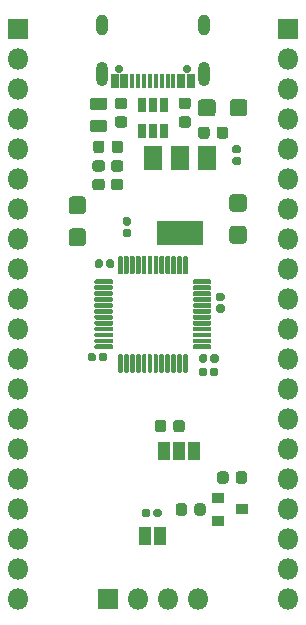
<source format=gbr>
%TF.GenerationSoftware,KiCad,Pcbnew,(5.1.6)-1*%
%TF.CreationDate,2021-08-28T00:22:51-07:00*%
%TF.ProjectId,Rocketboard-Engine,526f636b-6574-4626-9f61-72642d456e67,1.0*%
%TF.SameCoordinates,Original*%
%TF.FileFunction,Soldermask,Top*%
%TF.FilePolarity,Negative*%
%FSLAX46Y46*%
G04 Gerber Fmt 4.6, Leading zero omitted, Abs format (unit mm)*
G04 Created by KiCad (PCBNEW (5.1.6)-1) date 2021-08-28 00:22:51*
%MOMM*%
%LPD*%
G01*
G04 APERTURE LIST*
%ADD10R,1.600000X2.100000*%
%ADD11R,3.900000X2.100000*%
%ADD12R,0.750000X1.160000*%
%ADD13R,1.100000X1.600000*%
%ADD14R,1.000000X0.900000*%
%ADD15O,1.800000X1.800000*%
%ADD16R,1.800000X1.800000*%
%ADD17R,0.700000X1.260000*%
%ADD18C,0.700000*%
%ADD19R,0.400000X1.260000*%
%ADD20O,1.000000X1.800000*%
%ADD21O,1.000000X2.100000*%
G04 APERTURE END LIST*
%TO.C,IC1*%
G36*
G01*
X137550000Y-101850000D02*
X137550000Y-103225000D01*
G75*
G02*
X137450000Y-103325000I-100000J0D01*
G01*
X137250000Y-103325000D01*
G75*
G02*
X137150000Y-103225000I0J100000D01*
G01*
X137150000Y-101850000D01*
G75*
G02*
X137250000Y-101750000I100000J0D01*
G01*
X137450000Y-101750000D01*
G75*
G02*
X137550000Y-101850000I0J-100000D01*
G01*
G37*
G36*
G01*
X137050000Y-101850000D02*
X137050000Y-103225000D01*
G75*
G02*
X136950000Y-103325000I-100000J0D01*
G01*
X136750000Y-103325000D01*
G75*
G02*
X136650000Y-103225000I0J100000D01*
G01*
X136650000Y-101850000D01*
G75*
G02*
X136750000Y-101750000I100000J0D01*
G01*
X136950000Y-101750000D01*
G75*
G02*
X137050000Y-101850000I0J-100000D01*
G01*
G37*
G36*
G01*
X136550000Y-101850000D02*
X136550000Y-103225000D01*
G75*
G02*
X136450000Y-103325000I-100000J0D01*
G01*
X136250000Y-103325000D01*
G75*
G02*
X136150000Y-103225000I0J100000D01*
G01*
X136150000Y-101850000D01*
G75*
G02*
X136250000Y-101750000I100000J0D01*
G01*
X136450000Y-101750000D01*
G75*
G02*
X136550000Y-101850000I0J-100000D01*
G01*
G37*
G36*
G01*
X136050000Y-101850000D02*
X136050000Y-103225000D01*
G75*
G02*
X135950000Y-103325000I-100000J0D01*
G01*
X135750000Y-103325000D01*
G75*
G02*
X135650000Y-103225000I0J100000D01*
G01*
X135650000Y-101850000D01*
G75*
G02*
X135750000Y-101750000I100000J0D01*
G01*
X135950000Y-101750000D01*
G75*
G02*
X136050000Y-101850000I0J-100000D01*
G01*
G37*
G36*
G01*
X135550000Y-101850000D02*
X135550000Y-103225000D01*
G75*
G02*
X135450000Y-103325000I-100000J0D01*
G01*
X135250000Y-103325000D01*
G75*
G02*
X135150000Y-103225000I0J100000D01*
G01*
X135150000Y-101850000D01*
G75*
G02*
X135250000Y-101750000I100000J0D01*
G01*
X135450000Y-101750000D01*
G75*
G02*
X135550000Y-101850000I0J-100000D01*
G01*
G37*
G36*
G01*
X135050000Y-101850000D02*
X135050000Y-103225000D01*
G75*
G02*
X134950000Y-103325000I-100000J0D01*
G01*
X134750000Y-103325000D01*
G75*
G02*
X134650000Y-103225000I0J100000D01*
G01*
X134650000Y-101850000D01*
G75*
G02*
X134750000Y-101750000I100000J0D01*
G01*
X134950000Y-101750000D01*
G75*
G02*
X135050000Y-101850000I0J-100000D01*
G01*
G37*
G36*
G01*
X134550000Y-101850000D02*
X134550000Y-103225000D01*
G75*
G02*
X134450000Y-103325000I-100000J0D01*
G01*
X134250000Y-103325000D01*
G75*
G02*
X134150000Y-103225000I0J100000D01*
G01*
X134150000Y-101850000D01*
G75*
G02*
X134250000Y-101750000I100000J0D01*
G01*
X134450000Y-101750000D01*
G75*
G02*
X134550000Y-101850000I0J-100000D01*
G01*
G37*
G36*
G01*
X134050000Y-101850000D02*
X134050000Y-103225000D01*
G75*
G02*
X133950000Y-103325000I-100000J0D01*
G01*
X133750000Y-103325000D01*
G75*
G02*
X133650000Y-103225000I0J100000D01*
G01*
X133650000Y-101850000D01*
G75*
G02*
X133750000Y-101750000I100000J0D01*
G01*
X133950000Y-101750000D01*
G75*
G02*
X134050000Y-101850000I0J-100000D01*
G01*
G37*
G36*
G01*
X133550000Y-101850000D02*
X133550000Y-103225000D01*
G75*
G02*
X133450000Y-103325000I-100000J0D01*
G01*
X133250000Y-103325000D01*
G75*
G02*
X133150000Y-103225000I0J100000D01*
G01*
X133150000Y-101850000D01*
G75*
G02*
X133250000Y-101750000I100000J0D01*
G01*
X133450000Y-101750000D01*
G75*
G02*
X133550000Y-101850000I0J-100000D01*
G01*
G37*
G36*
G01*
X133050000Y-101850000D02*
X133050000Y-103225000D01*
G75*
G02*
X132950000Y-103325000I-100000J0D01*
G01*
X132750000Y-103325000D01*
G75*
G02*
X132650000Y-103225000I0J100000D01*
G01*
X132650000Y-101850000D01*
G75*
G02*
X132750000Y-101750000I100000J0D01*
G01*
X132950000Y-101750000D01*
G75*
G02*
X133050000Y-101850000I0J-100000D01*
G01*
G37*
G36*
G01*
X132550000Y-101850000D02*
X132550000Y-103225000D01*
G75*
G02*
X132450000Y-103325000I-100000J0D01*
G01*
X132250000Y-103325000D01*
G75*
G02*
X132150000Y-103225000I0J100000D01*
G01*
X132150000Y-101850000D01*
G75*
G02*
X132250000Y-101750000I100000J0D01*
G01*
X132450000Y-101750000D01*
G75*
G02*
X132550000Y-101850000I0J-100000D01*
G01*
G37*
G36*
G01*
X132050000Y-101850000D02*
X132050000Y-103225000D01*
G75*
G02*
X131950000Y-103325000I-100000J0D01*
G01*
X131750000Y-103325000D01*
G75*
G02*
X131650000Y-103225000I0J100000D01*
G01*
X131650000Y-101850000D01*
G75*
G02*
X131750000Y-101750000I100000J0D01*
G01*
X131950000Y-101750000D01*
G75*
G02*
X132050000Y-101850000I0J-100000D01*
G01*
G37*
G36*
G01*
X131225000Y-101025000D02*
X131225000Y-101225000D01*
G75*
G02*
X131125000Y-101325000I-100000J0D01*
G01*
X129750000Y-101325000D01*
G75*
G02*
X129650000Y-101225000I0J100000D01*
G01*
X129650000Y-101025000D01*
G75*
G02*
X129750000Y-100925000I100000J0D01*
G01*
X131125000Y-100925000D01*
G75*
G02*
X131225000Y-101025000I0J-100000D01*
G01*
G37*
G36*
G01*
X131225000Y-100525000D02*
X131225000Y-100725000D01*
G75*
G02*
X131125000Y-100825000I-100000J0D01*
G01*
X129750000Y-100825000D01*
G75*
G02*
X129650000Y-100725000I0J100000D01*
G01*
X129650000Y-100525000D01*
G75*
G02*
X129750000Y-100425000I100000J0D01*
G01*
X131125000Y-100425000D01*
G75*
G02*
X131225000Y-100525000I0J-100000D01*
G01*
G37*
G36*
G01*
X131225000Y-100025000D02*
X131225000Y-100225000D01*
G75*
G02*
X131125000Y-100325000I-100000J0D01*
G01*
X129750000Y-100325000D01*
G75*
G02*
X129650000Y-100225000I0J100000D01*
G01*
X129650000Y-100025000D01*
G75*
G02*
X129750000Y-99925000I100000J0D01*
G01*
X131125000Y-99925000D01*
G75*
G02*
X131225000Y-100025000I0J-100000D01*
G01*
G37*
G36*
G01*
X131225000Y-99525000D02*
X131225000Y-99725000D01*
G75*
G02*
X131125000Y-99825000I-100000J0D01*
G01*
X129750000Y-99825000D01*
G75*
G02*
X129650000Y-99725000I0J100000D01*
G01*
X129650000Y-99525000D01*
G75*
G02*
X129750000Y-99425000I100000J0D01*
G01*
X131125000Y-99425000D01*
G75*
G02*
X131225000Y-99525000I0J-100000D01*
G01*
G37*
G36*
G01*
X131225000Y-99025000D02*
X131225000Y-99225000D01*
G75*
G02*
X131125000Y-99325000I-100000J0D01*
G01*
X129750000Y-99325000D01*
G75*
G02*
X129650000Y-99225000I0J100000D01*
G01*
X129650000Y-99025000D01*
G75*
G02*
X129750000Y-98925000I100000J0D01*
G01*
X131125000Y-98925000D01*
G75*
G02*
X131225000Y-99025000I0J-100000D01*
G01*
G37*
G36*
G01*
X131225000Y-98525000D02*
X131225000Y-98725000D01*
G75*
G02*
X131125000Y-98825000I-100000J0D01*
G01*
X129750000Y-98825000D01*
G75*
G02*
X129650000Y-98725000I0J100000D01*
G01*
X129650000Y-98525000D01*
G75*
G02*
X129750000Y-98425000I100000J0D01*
G01*
X131125000Y-98425000D01*
G75*
G02*
X131225000Y-98525000I0J-100000D01*
G01*
G37*
G36*
G01*
X131225000Y-98025000D02*
X131225000Y-98225000D01*
G75*
G02*
X131125000Y-98325000I-100000J0D01*
G01*
X129750000Y-98325000D01*
G75*
G02*
X129650000Y-98225000I0J100000D01*
G01*
X129650000Y-98025000D01*
G75*
G02*
X129750000Y-97925000I100000J0D01*
G01*
X131125000Y-97925000D01*
G75*
G02*
X131225000Y-98025000I0J-100000D01*
G01*
G37*
G36*
G01*
X131225000Y-97525000D02*
X131225000Y-97725000D01*
G75*
G02*
X131125000Y-97825000I-100000J0D01*
G01*
X129750000Y-97825000D01*
G75*
G02*
X129650000Y-97725000I0J100000D01*
G01*
X129650000Y-97525000D01*
G75*
G02*
X129750000Y-97425000I100000J0D01*
G01*
X131125000Y-97425000D01*
G75*
G02*
X131225000Y-97525000I0J-100000D01*
G01*
G37*
G36*
G01*
X131225000Y-97025000D02*
X131225000Y-97225000D01*
G75*
G02*
X131125000Y-97325000I-100000J0D01*
G01*
X129750000Y-97325000D01*
G75*
G02*
X129650000Y-97225000I0J100000D01*
G01*
X129650000Y-97025000D01*
G75*
G02*
X129750000Y-96925000I100000J0D01*
G01*
X131125000Y-96925000D01*
G75*
G02*
X131225000Y-97025000I0J-100000D01*
G01*
G37*
G36*
G01*
X131225000Y-96525000D02*
X131225000Y-96725000D01*
G75*
G02*
X131125000Y-96825000I-100000J0D01*
G01*
X129750000Y-96825000D01*
G75*
G02*
X129650000Y-96725000I0J100000D01*
G01*
X129650000Y-96525000D01*
G75*
G02*
X129750000Y-96425000I100000J0D01*
G01*
X131125000Y-96425000D01*
G75*
G02*
X131225000Y-96525000I0J-100000D01*
G01*
G37*
G36*
G01*
X131225000Y-96025000D02*
X131225000Y-96225000D01*
G75*
G02*
X131125000Y-96325000I-100000J0D01*
G01*
X129750000Y-96325000D01*
G75*
G02*
X129650000Y-96225000I0J100000D01*
G01*
X129650000Y-96025000D01*
G75*
G02*
X129750000Y-95925000I100000J0D01*
G01*
X131125000Y-95925000D01*
G75*
G02*
X131225000Y-96025000I0J-100000D01*
G01*
G37*
G36*
G01*
X131225000Y-95525000D02*
X131225000Y-95725000D01*
G75*
G02*
X131125000Y-95825000I-100000J0D01*
G01*
X129750000Y-95825000D01*
G75*
G02*
X129650000Y-95725000I0J100000D01*
G01*
X129650000Y-95525000D01*
G75*
G02*
X129750000Y-95425000I100000J0D01*
G01*
X131125000Y-95425000D01*
G75*
G02*
X131225000Y-95525000I0J-100000D01*
G01*
G37*
G36*
G01*
X132050000Y-93525000D02*
X132050000Y-94900000D01*
G75*
G02*
X131950000Y-95000000I-100000J0D01*
G01*
X131750000Y-95000000D01*
G75*
G02*
X131650000Y-94900000I0J100000D01*
G01*
X131650000Y-93525000D01*
G75*
G02*
X131750000Y-93425000I100000J0D01*
G01*
X131950000Y-93425000D01*
G75*
G02*
X132050000Y-93525000I0J-100000D01*
G01*
G37*
G36*
G01*
X132550000Y-93525000D02*
X132550000Y-94900000D01*
G75*
G02*
X132450000Y-95000000I-100000J0D01*
G01*
X132250000Y-95000000D01*
G75*
G02*
X132150000Y-94900000I0J100000D01*
G01*
X132150000Y-93525000D01*
G75*
G02*
X132250000Y-93425000I100000J0D01*
G01*
X132450000Y-93425000D01*
G75*
G02*
X132550000Y-93525000I0J-100000D01*
G01*
G37*
G36*
G01*
X133050000Y-93525000D02*
X133050000Y-94900000D01*
G75*
G02*
X132950000Y-95000000I-100000J0D01*
G01*
X132750000Y-95000000D01*
G75*
G02*
X132650000Y-94900000I0J100000D01*
G01*
X132650000Y-93525000D01*
G75*
G02*
X132750000Y-93425000I100000J0D01*
G01*
X132950000Y-93425000D01*
G75*
G02*
X133050000Y-93525000I0J-100000D01*
G01*
G37*
G36*
G01*
X133550000Y-93525000D02*
X133550000Y-94900000D01*
G75*
G02*
X133450000Y-95000000I-100000J0D01*
G01*
X133250000Y-95000000D01*
G75*
G02*
X133150000Y-94900000I0J100000D01*
G01*
X133150000Y-93525000D01*
G75*
G02*
X133250000Y-93425000I100000J0D01*
G01*
X133450000Y-93425000D01*
G75*
G02*
X133550000Y-93525000I0J-100000D01*
G01*
G37*
G36*
G01*
X134050000Y-93525000D02*
X134050000Y-94900000D01*
G75*
G02*
X133950000Y-95000000I-100000J0D01*
G01*
X133750000Y-95000000D01*
G75*
G02*
X133650000Y-94900000I0J100000D01*
G01*
X133650000Y-93525000D01*
G75*
G02*
X133750000Y-93425000I100000J0D01*
G01*
X133950000Y-93425000D01*
G75*
G02*
X134050000Y-93525000I0J-100000D01*
G01*
G37*
G36*
G01*
X134550000Y-93525000D02*
X134550000Y-94900000D01*
G75*
G02*
X134450000Y-95000000I-100000J0D01*
G01*
X134250000Y-95000000D01*
G75*
G02*
X134150000Y-94900000I0J100000D01*
G01*
X134150000Y-93525000D01*
G75*
G02*
X134250000Y-93425000I100000J0D01*
G01*
X134450000Y-93425000D01*
G75*
G02*
X134550000Y-93525000I0J-100000D01*
G01*
G37*
G36*
G01*
X135050000Y-93525000D02*
X135050000Y-94900000D01*
G75*
G02*
X134950000Y-95000000I-100000J0D01*
G01*
X134750000Y-95000000D01*
G75*
G02*
X134650000Y-94900000I0J100000D01*
G01*
X134650000Y-93525000D01*
G75*
G02*
X134750000Y-93425000I100000J0D01*
G01*
X134950000Y-93425000D01*
G75*
G02*
X135050000Y-93525000I0J-100000D01*
G01*
G37*
G36*
G01*
X135550000Y-93525000D02*
X135550000Y-94900000D01*
G75*
G02*
X135450000Y-95000000I-100000J0D01*
G01*
X135250000Y-95000000D01*
G75*
G02*
X135150000Y-94900000I0J100000D01*
G01*
X135150000Y-93525000D01*
G75*
G02*
X135250000Y-93425000I100000J0D01*
G01*
X135450000Y-93425000D01*
G75*
G02*
X135550000Y-93525000I0J-100000D01*
G01*
G37*
G36*
G01*
X136050000Y-93525000D02*
X136050000Y-94900000D01*
G75*
G02*
X135950000Y-95000000I-100000J0D01*
G01*
X135750000Y-95000000D01*
G75*
G02*
X135650000Y-94900000I0J100000D01*
G01*
X135650000Y-93525000D01*
G75*
G02*
X135750000Y-93425000I100000J0D01*
G01*
X135950000Y-93425000D01*
G75*
G02*
X136050000Y-93525000I0J-100000D01*
G01*
G37*
G36*
G01*
X136550000Y-93525000D02*
X136550000Y-94900000D01*
G75*
G02*
X136450000Y-95000000I-100000J0D01*
G01*
X136250000Y-95000000D01*
G75*
G02*
X136150000Y-94900000I0J100000D01*
G01*
X136150000Y-93525000D01*
G75*
G02*
X136250000Y-93425000I100000J0D01*
G01*
X136450000Y-93425000D01*
G75*
G02*
X136550000Y-93525000I0J-100000D01*
G01*
G37*
G36*
G01*
X137050000Y-93525000D02*
X137050000Y-94900000D01*
G75*
G02*
X136950000Y-95000000I-100000J0D01*
G01*
X136750000Y-95000000D01*
G75*
G02*
X136650000Y-94900000I0J100000D01*
G01*
X136650000Y-93525000D01*
G75*
G02*
X136750000Y-93425000I100000J0D01*
G01*
X136950000Y-93425000D01*
G75*
G02*
X137050000Y-93525000I0J-100000D01*
G01*
G37*
G36*
G01*
X137550000Y-93525000D02*
X137550000Y-94900000D01*
G75*
G02*
X137450000Y-95000000I-100000J0D01*
G01*
X137250000Y-95000000D01*
G75*
G02*
X137150000Y-94900000I0J100000D01*
G01*
X137150000Y-93525000D01*
G75*
G02*
X137250000Y-93425000I100000J0D01*
G01*
X137450000Y-93425000D01*
G75*
G02*
X137550000Y-93525000I0J-100000D01*
G01*
G37*
G36*
G01*
X139550000Y-95525000D02*
X139550000Y-95725000D01*
G75*
G02*
X139450000Y-95825000I-100000J0D01*
G01*
X138075000Y-95825000D01*
G75*
G02*
X137975000Y-95725000I0J100000D01*
G01*
X137975000Y-95525000D01*
G75*
G02*
X138075000Y-95425000I100000J0D01*
G01*
X139450000Y-95425000D01*
G75*
G02*
X139550000Y-95525000I0J-100000D01*
G01*
G37*
G36*
G01*
X139550000Y-96025000D02*
X139550000Y-96225000D01*
G75*
G02*
X139450000Y-96325000I-100000J0D01*
G01*
X138075000Y-96325000D01*
G75*
G02*
X137975000Y-96225000I0J100000D01*
G01*
X137975000Y-96025000D01*
G75*
G02*
X138075000Y-95925000I100000J0D01*
G01*
X139450000Y-95925000D01*
G75*
G02*
X139550000Y-96025000I0J-100000D01*
G01*
G37*
G36*
G01*
X139550000Y-96525000D02*
X139550000Y-96725000D01*
G75*
G02*
X139450000Y-96825000I-100000J0D01*
G01*
X138075000Y-96825000D01*
G75*
G02*
X137975000Y-96725000I0J100000D01*
G01*
X137975000Y-96525000D01*
G75*
G02*
X138075000Y-96425000I100000J0D01*
G01*
X139450000Y-96425000D01*
G75*
G02*
X139550000Y-96525000I0J-100000D01*
G01*
G37*
G36*
G01*
X139550000Y-97025000D02*
X139550000Y-97225000D01*
G75*
G02*
X139450000Y-97325000I-100000J0D01*
G01*
X138075000Y-97325000D01*
G75*
G02*
X137975000Y-97225000I0J100000D01*
G01*
X137975000Y-97025000D01*
G75*
G02*
X138075000Y-96925000I100000J0D01*
G01*
X139450000Y-96925000D01*
G75*
G02*
X139550000Y-97025000I0J-100000D01*
G01*
G37*
G36*
G01*
X139550000Y-97525000D02*
X139550000Y-97725000D01*
G75*
G02*
X139450000Y-97825000I-100000J0D01*
G01*
X138075000Y-97825000D01*
G75*
G02*
X137975000Y-97725000I0J100000D01*
G01*
X137975000Y-97525000D01*
G75*
G02*
X138075000Y-97425000I100000J0D01*
G01*
X139450000Y-97425000D01*
G75*
G02*
X139550000Y-97525000I0J-100000D01*
G01*
G37*
G36*
G01*
X139550000Y-98025000D02*
X139550000Y-98225000D01*
G75*
G02*
X139450000Y-98325000I-100000J0D01*
G01*
X138075000Y-98325000D01*
G75*
G02*
X137975000Y-98225000I0J100000D01*
G01*
X137975000Y-98025000D01*
G75*
G02*
X138075000Y-97925000I100000J0D01*
G01*
X139450000Y-97925000D01*
G75*
G02*
X139550000Y-98025000I0J-100000D01*
G01*
G37*
G36*
G01*
X139550000Y-98525000D02*
X139550000Y-98725000D01*
G75*
G02*
X139450000Y-98825000I-100000J0D01*
G01*
X138075000Y-98825000D01*
G75*
G02*
X137975000Y-98725000I0J100000D01*
G01*
X137975000Y-98525000D01*
G75*
G02*
X138075000Y-98425000I100000J0D01*
G01*
X139450000Y-98425000D01*
G75*
G02*
X139550000Y-98525000I0J-100000D01*
G01*
G37*
G36*
G01*
X139550000Y-99025000D02*
X139550000Y-99225000D01*
G75*
G02*
X139450000Y-99325000I-100000J0D01*
G01*
X138075000Y-99325000D01*
G75*
G02*
X137975000Y-99225000I0J100000D01*
G01*
X137975000Y-99025000D01*
G75*
G02*
X138075000Y-98925000I100000J0D01*
G01*
X139450000Y-98925000D01*
G75*
G02*
X139550000Y-99025000I0J-100000D01*
G01*
G37*
G36*
G01*
X139550000Y-99525000D02*
X139550000Y-99725000D01*
G75*
G02*
X139450000Y-99825000I-100000J0D01*
G01*
X138075000Y-99825000D01*
G75*
G02*
X137975000Y-99725000I0J100000D01*
G01*
X137975000Y-99525000D01*
G75*
G02*
X138075000Y-99425000I100000J0D01*
G01*
X139450000Y-99425000D01*
G75*
G02*
X139550000Y-99525000I0J-100000D01*
G01*
G37*
G36*
G01*
X139550000Y-100025000D02*
X139550000Y-100225000D01*
G75*
G02*
X139450000Y-100325000I-100000J0D01*
G01*
X138075000Y-100325000D01*
G75*
G02*
X137975000Y-100225000I0J100000D01*
G01*
X137975000Y-100025000D01*
G75*
G02*
X138075000Y-99925000I100000J0D01*
G01*
X139450000Y-99925000D01*
G75*
G02*
X139550000Y-100025000I0J-100000D01*
G01*
G37*
G36*
G01*
X139550000Y-100525000D02*
X139550000Y-100725000D01*
G75*
G02*
X139450000Y-100825000I-100000J0D01*
G01*
X138075000Y-100825000D01*
G75*
G02*
X137975000Y-100725000I0J100000D01*
G01*
X137975000Y-100525000D01*
G75*
G02*
X138075000Y-100425000I100000J0D01*
G01*
X139450000Y-100425000D01*
G75*
G02*
X139550000Y-100525000I0J-100000D01*
G01*
G37*
G36*
G01*
X139550000Y-101025000D02*
X139550000Y-101225000D01*
G75*
G02*
X139450000Y-101325000I-100000J0D01*
G01*
X138075000Y-101325000D01*
G75*
G02*
X137975000Y-101225000I0J100000D01*
G01*
X137975000Y-101025000D01*
G75*
G02*
X138075000Y-100925000I100000J0D01*
G01*
X139450000Y-100925000D01*
G75*
G02*
X139550000Y-101025000I0J-100000D01*
G01*
G37*
%TD*%
D10*
%TO.C,U2*%
X139200000Y-85150000D03*
X134600000Y-85150000D03*
X136900000Y-85150000D03*
D11*
X136900000Y-91450000D03*
%TD*%
D12*
%TO.C,U1*%
X134600000Y-82850000D03*
X135550000Y-82850000D03*
X133650000Y-82850000D03*
X133650000Y-80650000D03*
X134600000Y-80650000D03*
X135550000Y-80650000D03*
%TD*%
D13*
%TO.C,JP2*%
X135220000Y-117140000D03*
X133920000Y-117140000D03*
%TD*%
%TO.C,R8*%
G36*
G01*
X141000000Y-111918750D02*
X141000000Y-112481250D01*
G75*
G02*
X140756250Y-112725000I-243750J0D01*
G01*
X140268750Y-112725000D01*
G75*
G02*
X140025000Y-112481250I0J243750D01*
G01*
X140025000Y-111918750D01*
G75*
G02*
X140268750Y-111675000I243750J0D01*
G01*
X140756250Y-111675000D01*
G75*
G02*
X141000000Y-111918750I0J-243750D01*
G01*
G37*
G36*
G01*
X142575000Y-111918750D02*
X142575000Y-112481250D01*
G75*
G02*
X142331250Y-112725000I-243750J0D01*
G01*
X141843750Y-112725000D01*
G75*
G02*
X141600000Y-112481250I0J243750D01*
G01*
X141600000Y-111918750D01*
G75*
G02*
X141843750Y-111675000I243750J0D01*
G01*
X142331250Y-111675000D01*
G75*
G02*
X142575000Y-111918750I0J-243750D01*
G01*
G37*
%TD*%
%TO.C,R7*%
G36*
G01*
X138100000Y-115181250D02*
X138100000Y-114618750D01*
G75*
G02*
X138343750Y-114375000I243750J0D01*
G01*
X138831250Y-114375000D01*
G75*
G02*
X139075000Y-114618750I0J-243750D01*
G01*
X139075000Y-115181250D01*
G75*
G02*
X138831250Y-115425000I-243750J0D01*
G01*
X138343750Y-115425000D01*
G75*
G02*
X138100000Y-115181250I0J243750D01*
G01*
G37*
G36*
G01*
X136525000Y-115181250D02*
X136525000Y-114618750D01*
G75*
G02*
X136768750Y-114375000I243750J0D01*
G01*
X137256250Y-114375000D01*
G75*
G02*
X137500000Y-114618750I0J-243750D01*
G01*
X137500000Y-115181250D01*
G75*
G02*
X137256250Y-115425000I-243750J0D01*
G01*
X136768750Y-115425000D01*
G75*
G02*
X136525000Y-115181250I0J243750D01*
G01*
G37*
%TD*%
%TO.C,R6*%
G36*
G01*
X130281250Y-86302500D02*
X129718750Y-86302500D01*
G75*
G02*
X129475000Y-86058750I0J243750D01*
G01*
X129475000Y-85571250D01*
G75*
G02*
X129718750Y-85327500I243750J0D01*
G01*
X130281250Y-85327500D01*
G75*
G02*
X130525000Y-85571250I0J-243750D01*
G01*
X130525000Y-86058750D01*
G75*
G02*
X130281250Y-86302500I-243750J0D01*
G01*
G37*
G36*
G01*
X130281250Y-87877500D02*
X129718750Y-87877500D01*
G75*
G02*
X129475000Y-87633750I0J243750D01*
G01*
X129475000Y-87146250D01*
G75*
G02*
X129718750Y-86902500I243750J0D01*
G01*
X130281250Y-86902500D01*
G75*
G02*
X130525000Y-87146250I0J-243750D01*
G01*
X130525000Y-87633750D01*
G75*
G02*
X130281250Y-87877500I-243750J0D01*
G01*
G37*
%TD*%
%TO.C,R5*%
G36*
G01*
X131851250Y-86302500D02*
X131288750Y-86302500D01*
G75*
G02*
X131045000Y-86058750I0J243750D01*
G01*
X131045000Y-85571250D01*
G75*
G02*
X131288750Y-85327500I243750J0D01*
G01*
X131851250Y-85327500D01*
G75*
G02*
X132095000Y-85571250I0J-243750D01*
G01*
X132095000Y-86058750D01*
G75*
G02*
X131851250Y-86302500I-243750J0D01*
G01*
G37*
G36*
G01*
X131851250Y-87877500D02*
X131288750Y-87877500D01*
G75*
G02*
X131045000Y-87633750I0J243750D01*
G01*
X131045000Y-87146250D01*
G75*
G02*
X131288750Y-86902500I243750J0D01*
G01*
X131851250Y-86902500D01*
G75*
G02*
X132095000Y-87146250I0J-243750D01*
G01*
X132095000Y-87633750D01*
G75*
G02*
X131851250Y-87877500I-243750J0D01*
G01*
G37*
%TD*%
%TO.C,R4*%
G36*
G01*
X130500000Y-83918750D02*
X130500000Y-84481250D01*
G75*
G02*
X130256250Y-84725000I-243750J0D01*
G01*
X129768750Y-84725000D01*
G75*
G02*
X129525000Y-84481250I0J243750D01*
G01*
X129525000Y-83918750D01*
G75*
G02*
X129768750Y-83675000I243750J0D01*
G01*
X130256250Y-83675000D01*
G75*
G02*
X130500000Y-83918750I0J-243750D01*
G01*
G37*
G36*
G01*
X132075000Y-83918750D02*
X132075000Y-84481250D01*
G75*
G02*
X131831250Y-84725000I-243750J0D01*
G01*
X131343750Y-84725000D01*
G75*
G02*
X131100000Y-84481250I0J243750D01*
G01*
X131100000Y-83918750D01*
G75*
G02*
X131343750Y-83675000I243750J0D01*
G01*
X131831250Y-83675000D01*
G75*
G02*
X132075000Y-83918750I0J-243750D01*
G01*
G37*
%TD*%
%TO.C,R3*%
G36*
G01*
X131618750Y-81600000D02*
X132181250Y-81600000D01*
G75*
G02*
X132425000Y-81843750I0J-243750D01*
G01*
X132425000Y-82331250D01*
G75*
G02*
X132181250Y-82575000I-243750J0D01*
G01*
X131618750Y-82575000D01*
G75*
G02*
X131375000Y-82331250I0J243750D01*
G01*
X131375000Y-81843750D01*
G75*
G02*
X131618750Y-81600000I243750J0D01*
G01*
G37*
G36*
G01*
X131618750Y-80025000D02*
X132181250Y-80025000D01*
G75*
G02*
X132425000Y-80268750I0J-243750D01*
G01*
X132425000Y-80756250D01*
G75*
G02*
X132181250Y-81000000I-243750J0D01*
G01*
X131618750Y-81000000D01*
G75*
G02*
X131375000Y-80756250I0J243750D01*
G01*
X131375000Y-80268750D01*
G75*
G02*
X131618750Y-80025000I243750J0D01*
G01*
G37*
%TD*%
%TO.C,R2*%
G36*
G01*
X137581250Y-81000000D02*
X137018750Y-81000000D01*
G75*
G02*
X136775000Y-80756250I0J243750D01*
G01*
X136775000Y-80268750D01*
G75*
G02*
X137018750Y-80025000I243750J0D01*
G01*
X137581250Y-80025000D01*
G75*
G02*
X137825000Y-80268750I0J-243750D01*
G01*
X137825000Y-80756250D01*
G75*
G02*
X137581250Y-81000000I-243750J0D01*
G01*
G37*
G36*
G01*
X137581250Y-82575000D02*
X137018750Y-82575000D01*
G75*
G02*
X136775000Y-82331250I0J243750D01*
G01*
X136775000Y-81843750D01*
G75*
G02*
X137018750Y-81600000I243750J0D01*
G01*
X137581250Y-81600000D01*
G75*
G02*
X137825000Y-81843750I0J-243750D01*
G01*
X137825000Y-82331250D01*
G75*
G02*
X137581250Y-82575000I-243750J0D01*
G01*
G37*
%TD*%
%TO.C,R1*%
G36*
G01*
X136320000Y-108121250D02*
X136320000Y-107558750D01*
G75*
G02*
X136563750Y-107315000I243750J0D01*
G01*
X137051250Y-107315000D01*
G75*
G02*
X137295000Y-107558750I0J-243750D01*
G01*
X137295000Y-108121250D01*
G75*
G02*
X137051250Y-108365000I-243750J0D01*
G01*
X136563750Y-108365000D01*
G75*
G02*
X136320000Y-108121250I0J243750D01*
G01*
G37*
G36*
G01*
X134745000Y-108121250D02*
X134745000Y-107558750D01*
G75*
G02*
X134988750Y-107315000I243750J0D01*
G01*
X135476250Y-107315000D01*
G75*
G02*
X135720000Y-107558750I0J-243750D01*
G01*
X135720000Y-108121250D01*
G75*
G02*
X135476250Y-108365000I-243750J0D01*
G01*
X134988750Y-108365000D01*
G75*
G02*
X134745000Y-108121250I0J243750D01*
G01*
G37*
%TD*%
D14*
%TO.C,Q1*%
X142100000Y-114900000D03*
X140100000Y-115850000D03*
X140100000Y-113950000D03*
%TD*%
D13*
%TO.C,JP1*%
X136820000Y-109940000D03*
X138120000Y-109940000D03*
X135520000Y-109940000D03*
%TD*%
D15*
%TO.C,J4*%
X146030000Y-122510000D03*
X146030000Y-119970000D03*
X146030000Y-117430000D03*
X146030000Y-114890000D03*
X146030000Y-112350000D03*
X146030000Y-109810000D03*
X146030000Y-107270000D03*
X146030000Y-104730000D03*
X146030000Y-102190000D03*
X146030000Y-99650000D03*
X146030000Y-97110000D03*
X146030000Y-94570000D03*
X146030000Y-92030000D03*
X146030000Y-89490000D03*
X146030000Y-86950000D03*
X146030000Y-84410000D03*
X146030000Y-81870000D03*
X146030000Y-79330000D03*
X146030000Y-76790000D03*
D16*
X146030000Y-74250000D03*
%TD*%
D15*
%TO.C,J3*%
X123170000Y-122520000D03*
X123170000Y-119980000D03*
X123170000Y-117440000D03*
X123170000Y-114900000D03*
X123170000Y-112360000D03*
X123170000Y-109820000D03*
X123170000Y-107280000D03*
X123170000Y-104740000D03*
X123170000Y-102200000D03*
X123170000Y-99660000D03*
X123170000Y-97120000D03*
X123170000Y-94580000D03*
X123170000Y-92040000D03*
X123170000Y-89500000D03*
X123170000Y-86960000D03*
X123170000Y-84420000D03*
X123170000Y-81880000D03*
X123170000Y-79340000D03*
X123170000Y-76800000D03*
D16*
X123170000Y-74260000D03*
%TD*%
D17*
%TO.C,J2*%
X131390000Y-78650000D03*
X132190000Y-78650000D03*
X131390000Y-78650000D03*
X132190000Y-78650000D03*
X137790000Y-78650000D03*
X137790000Y-78650000D03*
X136990000Y-78650000D03*
X136990000Y-78650000D03*
D18*
X137480000Y-77590000D03*
X131700000Y-77590000D03*
D19*
X132840000Y-78650000D03*
X133840000Y-78650000D03*
X133340000Y-78650000D03*
X135840000Y-78650000D03*
X136340000Y-78650000D03*
X134340000Y-78650000D03*
X134840000Y-78650000D03*
X135340000Y-78650000D03*
D20*
X130270000Y-73900000D03*
X138910000Y-73900000D03*
D21*
X130270000Y-78070000D03*
X138910000Y-78070000D03*
%TD*%
D15*
%TO.C,J1*%
X138420000Y-122500000D03*
X135880000Y-122500000D03*
X133340000Y-122500000D03*
D16*
X130800000Y-122500000D03*
%TD*%
%TO.C,F1*%
G36*
G01*
X130481250Y-81100000D02*
X129518750Y-81100000D01*
G75*
G02*
X129250000Y-80831250I0J268750D01*
G01*
X129250000Y-80293750D01*
G75*
G02*
X129518750Y-80025000I268750J0D01*
G01*
X130481250Y-80025000D01*
G75*
G02*
X130750000Y-80293750I0J-268750D01*
G01*
X130750000Y-80831250D01*
G75*
G02*
X130481250Y-81100000I-268750J0D01*
G01*
G37*
G36*
G01*
X130481250Y-82975000D02*
X129518750Y-82975000D01*
G75*
G02*
X129250000Y-82706250I0J268750D01*
G01*
X129250000Y-82168750D01*
G75*
G02*
X129518750Y-81900000I268750J0D01*
G01*
X130481250Y-81900000D01*
G75*
G02*
X130750000Y-82168750I0J-268750D01*
G01*
X130750000Y-82706250D01*
G75*
G02*
X130481250Y-82975000I-268750J0D01*
G01*
G37*
%TD*%
%TO.C,C12*%
G36*
G01*
X127743518Y-91100000D02*
X128656482Y-91100000D01*
G75*
G02*
X128925000Y-91368518I0J-268518D01*
G01*
X128925000Y-92331482D01*
G75*
G02*
X128656482Y-92600000I-268518J0D01*
G01*
X127743518Y-92600000D01*
G75*
G02*
X127475000Y-92331482I0J268518D01*
G01*
X127475000Y-91368518D01*
G75*
G02*
X127743518Y-91100000I268518J0D01*
G01*
G37*
G36*
G01*
X127743518Y-88400000D02*
X128656482Y-88400000D01*
G75*
G02*
X128925000Y-88668518I0J-268518D01*
G01*
X128925000Y-89631482D01*
G75*
G02*
X128656482Y-89900000I-268518J0D01*
G01*
X127743518Y-89900000D01*
G75*
G02*
X127475000Y-89631482I0J268518D01*
G01*
X127475000Y-88668518D01*
G75*
G02*
X127743518Y-88400000I268518J0D01*
G01*
G37*
%TD*%
%TO.C,C11*%
G36*
G01*
X139455000Y-103457500D02*
X139455000Y-103062500D01*
G75*
G02*
X139627500Y-102890000I172500J0D01*
G01*
X139972500Y-102890000D01*
G75*
G02*
X140145000Y-103062500I0J-172500D01*
G01*
X140145000Y-103457500D01*
G75*
G02*
X139972500Y-103630000I-172500J0D01*
G01*
X139627500Y-103630000D01*
G75*
G02*
X139455000Y-103457500I0J172500D01*
G01*
G37*
G36*
G01*
X138485000Y-103457500D02*
X138485000Y-103062500D01*
G75*
G02*
X138657500Y-102890000I172500J0D01*
G01*
X139002500Y-102890000D01*
G75*
G02*
X139175000Y-103062500I0J-172500D01*
G01*
X139175000Y-103457500D01*
G75*
G02*
X139002500Y-103630000I-172500J0D01*
G01*
X138657500Y-103630000D01*
G75*
G02*
X138485000Y-103457500I0J172500D01*
G01*
G37*
%TD*%
%TO.C,C10*%
G36*
G01*
X130360000Y-93902500D02*
X130360000Y-94297500D01*
G75*
G02*
X130187500Y-94470000I-172500J0D01*
G01*
X129842500Y-94470000D01*
G75*
G02*
X129670000Y-94297500I0J172500D01*
G01*
X129670000Y-93902500D01*
G75*
G02*
X129842500Y-93730000I172500J0D01*
G01*
X130187500Y-93730000D01*
G75*
G02*
X130360000Y-93902500I0J-172500D01*
G01*
G37*
G36*
G01*
X131330000Y-93902500D02*
X131330000Y-94297500D01*
G75*
G02*
X131157500Y-94470000I-172500J0D01*
G01*
X130812500Y-94470000D01*
G75*
G02*
X130640000Y-94297500I0J172500D01*
G01*
X130640000Y-93902500D01*
G75*
G02*
X130812500Y-93730000I172500J0D01*
G01*
X131157500Y-93730000D01*
G75*
G02*
X131330000Y-93902500I0J-172500D01*
G01*
G37*
%TD*%
%TO.C,C9*%
G36*
G01*
X140102500Y-97540000D02*
X140497500Y-97540000D01*
G75*
G02*
X140670000Y-97712500I0J-172500D01*
G01*
X140670000Y-98057500D01*
G75*
G02*
X140497500Y-98230000I-172500J0D01*
G01*
X140102500Y-98230000D01*
G75*
G02*
X139930000Y-98057500I0J172500D01*
G01*
X139930000Y-97712500D01*
G75*
G02*
X140102500Y-97540000I172500J0D01*
G01*
G37*
G36*
G01*
X140102500Y-96570000D02*
X140497500Y-96570000D01*
G75*
G02*
X140670000Y-96742500I0J-172500D01*
G01*
X140670000Y-97087500D01*
G75*
G02*
X140497500Y-97260000I-172500J0D01*
G01*
X140102500Y-97260000D01*
G75*
G02*
X139930000Y-97087500I0J172500D01*
G01*
X139930000Y-96742500D01*
G75*
G02*
X140102500Y-96570000I172500J0D01*
G01*
G37*
%TD*%
%TO.C,C8*%
G36*
G01*
X129760000Y-101802500D02*
X129760000Y-102197500D01*
G75*
G02*
X129587500Y-102370000I-172500J0D01*
G01*
X129242500Y-102370000D01*
G75*
G02*
X129070000Y-102197500I0J172500D01*
G01*
X129070000Y-101802500D01*
G75*
G02*
X129242500Y-101630000I172500J0D01*
G01*
X129587500Y-101630000D01*
G75*
G02*
X129760000Y-101802500I0J-172500D01*
G01*
G37*
G36*
G01*
X130730000Y-101802500D02*
X130730000Y-102197500D01*
G75*
G02*
X130557500Y-102370000I-172500J0D01*
G01*
X130212500Y-102370000D01*
G75*
G02*
X130040000Y-102197500I0J172500D01*
G01*
X130040000Y-101802500D01*
G75*
G02*
X130212500Y-101630000I172500J0D01*
G01*
X130557500Y-101630000D01*
G75*
G02*
X130730000Y-101802500I0J-172500D01*
G01*
G37*
%TD*%
%TO.C,C7*%
G36*
G01*
X139470000Y-102307500D02*
X139470000Y-101912500D01*
G75*
G02*
X139642500Y-101740000I172500J0D01*
G01*
X139987500Y-101740000D01*
G75*
G02*
X140160000Y-101912500I0J-172500D01*
G01*
X140160000Y-102307500D01*
G75*
G02*
X139987500Y-102480000I-172500J0D01*
G01*
X139642500Y-102480000D01*
G75*
G02*
X139470000Y-102307500I0J172500D01*
G01*
G37*
G36*
G01*
X138500000Y-102307500D02*
X138500000Y-101912500D01*
G75*
G02*
X138672500Y-101740000I172500J0D01*
G01*
X139017500Y-101740000D01*
G75*
G02*
X139190000Y-101912500I0J-172500D01*
G01*
X139190000Y-102307500D01*
G75*
G02*
X139017500Y-102480000I-172500J0D01*
G01*
X138672500Y-102480000D01*
G75*
G02*
X138500000Y-102307500I0J172500D01*
G01*
G37*
%TD*%
%TO.C,C6*%
G36*
G01*
X142256482Y-89700000D02*
X141343518Y-89700000D01*
G75*
G02*
X141075000Y-89431482I0J268518D01*
G01*
X141075000Y-88468518D01*
G75*
G02*
X141343518Y-88200000I268518J0D01*
G01*
X142256482Y-88200000D01*
G75*
G02*
X142525000Y-88468518I0J-268518D01*
G01*
X142525000Y-89431482D01*
G75*
G02*
X142256482Y-89700000I-268518J0D01*
G01*
G37*
G36*
G01*
X142256482Y-92400000D02*
X141343518Y-92400000D01*
G75*
G02*
X141075000Y-92131482I0J268518D01*
G01*
X141075000Y-91168518D01*
G75*
G02*
X141343518Y-90900000I268518J0D01*
G01*
X142256482Y-90900000D01*
G75*
G02*
X142525000Y-91168518I0J-268518D01*
G01*
X142525000Y-92131482D01*
G75*
G02*
X142256482Y-92400000I-268518J0D01*
G01*
G37*
%TD*%
%TO.C,C5*%
G36*
G01*
X132202500Y-91140000D02*
X132597500Y-91140000D01*
G75*
G02*
X132770000Y-91312500I0J-172500D01*
G01*
X132770000Y-91657500D01*
G75*
G02*
X132597500Y-91830000I-172500J0D01*
G01*
X132202500Y-91830000D01*
G75*
G02*
X132030000Y-91657500I0J172500D01*
G01*
X132030000Y-91312500D01*
G75*
G02*
X132202500Y-91140000I172500J0D01*
G01*
G37*
G36*
G01*
X132202500Y-90170000D02*
X132597500Y-90170000D01*
G75*
G02*
X132770000Y-90342500I0J-172500D01*
G01*
X132770000Y-90687500D01*
G75*
G02*
X132597500Y-90860000I-172500J0D01*
G01*
X132202500Y-90860000D01*
G75*
G02*
X132030000Y-90687500I0J172500D01*
G01*
X132030000Y-90342500D01*
G75*
G02*
X132202500Y-90170000I172500J0D01*
G01*
G37*
%TD*%
%TO.C,C4*%
G36*
G01*
X141502500Y-85040000D02*
X141897500Y-85040000D01*
G75*
G02*
X142070000Y-85212500I0J-172500D01*
G01*
X142070000Y-85557500D01*
G75*
G02*
X141897500Y-85730000I-172500J0D01*
G01*
X141502500Y-85730000D01*
G75*
G02*
X141330000Y-85557500I0J172500D01*
G01*
X141330000Y-85212500D01*
G75*
G02*
X141502500Y-85040000I172500J0D01*
G01*
G37*
G36*
G01*
X141502500Y-84070000D02*
X141897500Y-84070000D01*
G75*
G02*
X142070000Y-84242500I0J-172500D01*
G01*
X142070000Y-84587500D01*
G75*
G02*
X141897500Y-84760000I-172500J0D01*
G01*
X141502500Y-84760000D01*
G75*
G02*
X141330000Y-84587500I0J172500D01*
G01*
X141330000Y-84242500D01*
G75*
G02*
X141502500Y-84070000I172500J0D01*
G01*
G37*
%TD*%
%TO.C,C3*%
G36*
G01*
X140000000Y-83281250D02*
X140000000Y-82718750D01*
G75*
G02*
X140243750Y-82475000I243750J0D01*
G01*
X140731250Y-82475000D01*
G75*
G02*
X140975000Y-82718750I0J-243750D01*
G01*
X140975000Y-83281250D01*
G75*
G02*
X140731250Y-83525000I-243750J0D01*
G01*
X140243750Y-83525000D01*
G75*
G02*
X140000000Y-83281250I0J243750D01*
G01*
G37*
G36*
G01*
X138425000Y-83281250D02*
X138425000Y-82718750D01*
G75*
G02*
X138668750Y-82475000I243750J0D01*
G01*
X139156250Y-82475000D01*
G75*
G02*
X139400000Y-82718750I0J-243750D01*
G01*
X139400000Y-83281250D01*
G75*
G02*
X139156250Y-83525000I-243750J0D01*
G01*
X138668750Y-83525000D01*
G75*
G02*
X138425000Y-83281250I0J243750D01*
G01*
G37*
%TD*%
%TO.C,C2*%
G36*
G01*
X141100000Y-81356482D02*
X141100000Y-80443518D01*
G75*
G02*
X141368518Y-80175000I268518J0D01*
G01*
X142331482Y-80175000D01*
G75*
G02*
X142600000Y-80443518I0J-268518D01*
G01*
X142600000Y-81356482D01*
G75*
G02*
X142331482Y-81625000I-268518J0D01*
G01*
X141368518Y-81625000D01*
G75*
G02*
X141100000Y-81356482I0J268518D01*
G01*
G37*
G36*
G01*
X138400000Y-81356482D02*
X138400000Y-80443518D01*
G75*
G02*
X138668518Y-80175000I268518J0D01*
G01*
X139631482Y-80175000D01*
G75*
G02*
X139900000Y-80443518I0J-268518D01*
G01*
X139900000Y-81356482D01*
G75*
G02*
X139631482Y-81625000I-268518J0D01*
G01*
X138668518Y-81625000D01*
G75*
G02*
X138400000Y-81356482I0J268518D01*
G01*
G37*
%TD*%
%TO.C,C1*%
G36*
G01*
X134360000Y-115002500D02*
X134360000Y-115397500D01*
G75*
G02*
X134187500Y-115570000I-172500J0D01*
G01*
X133842500Y-115570000D01*
G75*
G02*
X133670000Y-115397500I0J172500D01*
G01*
X133670000Y-115002500D01*
G75*
G02*
X133842500Y-114830000I172500J0D01*
G01*
X134187500Y-114830000D01*
G75*
G02*
X134360000Y-115002500I0J-172500D01*
G01*
G37*
G36*
G01*
X135330000Y-115002500D02*
X135330000Y-115397500D01*
G75*
G02*
X135157500Y-115570000I-172500J0D01*
G01*
X134812500Y-115570000D01*
G75*
G02*
X134640000Y-115397500I0J172500D01*
G01*
X134640000Y-115002500D01*
G75*
G02*
X134812500Y-114830000I172500J0D01*
G01*
X135157500Y-114830000D01*
G75*
G02*
X135330000Y-115002500I0J-172500D01*
G01*
G37*
%TD*%
M02*

</source>
